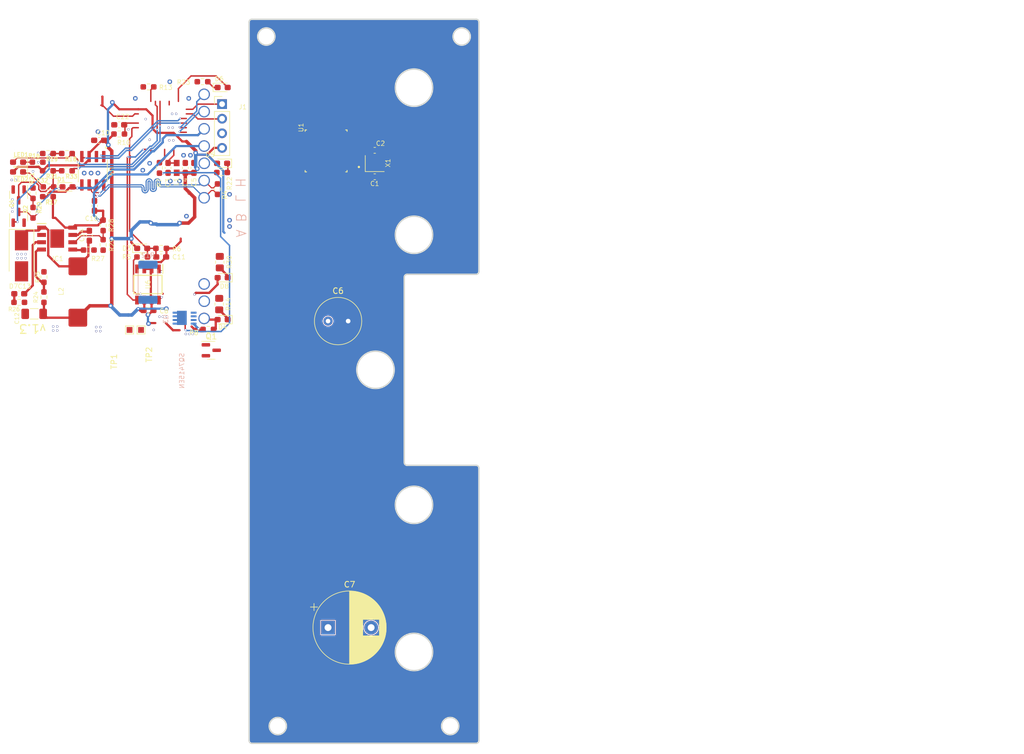
<source format=kicad_pcb>
(kicad_pcb (version 20211014) (generator pcbnew)
  (layers (0 "F.Cu" signal) (31 "B.Cu" signal) (34 "B.Paste" user) (35 "F.Paste" user) (36 "B.SilkS" user "B.Silkscreen") (37 "F.SilkS" user "F.Silkscreen") (38 "B.Mask" user) (39 "F.Mask" user) (44 "Edge.Cuts" user))
  (net 0 "")
  (net 1 "GND")
  (net 2 "Net-(C3-Pad1)")
  (net 3 "Net-(C22-Pad1)")
  (net 4 "+48V")
  (net 5 "Net-(R7-Pad2)")
  (net 6 "Net-(Q3-Pad4)")
  (net 7 "+24V")
  (net 8 "/MOTOR_POWER")
  (net 9 "/CAN+")
  (net 10 "/CAN-")
  (net 11 "/VOLTAGE")
  (net 12 "/POWERON")
  (net 13 "Net-(R13-Pad1)")
  (net 14 "/CS1")
  (net 15 "/CS2")
  (net 16 "/SPI_CLK")
  (net 17 "/SPI_MISO")
  (net 18 "/SPI_MOSI")
  (net 19 "/RS485_DE")
  (net 20 "/RS485_TX")
  (net 21 "/CURR1")
  (net 22 "/CURR2")
  (net 24 "/CAN_RX")
  (net 25 "/CAN_TX")
  (net 26 "/SWDIO")
  (net 27 "/SWCLK")
  (net 28 "/MOTOR_1")
  (net 29 "Net-(D1-Pad1)")
  (net 30 "/SAFETY")
  (net 31 "/SEC_IN")
  (net 32 "/SEC_OUT")
  (net 33 "Net-(LED1-Pad1)")
  (net 34 "Net-(LED2-Pad1)")
  (net 35 "+3V3")
  (net 37 "/RS485_RX")
  (net 38 "GNDPWR")
  (net 39 "Net-(Q2-Pad1)")
  (net 40 "Net-(D4-Pad1)")
  (net 41 "Net-(D5-Pad1)")
  (net 42 "Net-(D6-Pad1)")
  (net 43 "/LED_ON")
  (net 44 "/UART_TX")
  (net 45 "/UART_RX")
  (net 46 "Net-(C13-Pad1)")
  (net 47 "Net-(C13-Pad2)")
  (net 48 "Net-(C14-Pad1)")
  (net 49 "Net-(C14-Pad2)")
  (net 50 "+12V")
  (net 51 "Net-(IC1-Pad4)")
  (net 52 "Net-(IC1-Pad5)")
  (net 53 "Net-(IC1-Pad6)")
  (net 54 "Net-(D8-Pad1)")
  (net 55 "/OSC_IN")
  (net 56 "/OSC_OUT")
  (net 57 "Net-(Q4-Pad1)")
  (net 58 "Net-(Q4-Pad3)")
  (footprint "GRIPPER_TWO_ADVANCED_CONTROL_BOARD:SOIC127P600X100-9N" (layer "F.Cu") (at 95.1 82.16)
    (fp_text reference "IC1")
    (fp_text value "BD9G341AEFJ-E2" hide)
  )
  (footprint "footprints:R_0603_1608Metric_Pad0.98x0.95mm_HandSolder" (layer "F.Cu") (at 91.7 68.86)
    (fp_text reference "R16")
    (fp_text value "1,5k")
  )
  (footprint "footprints:R_0603_1608Metric_Pad0.98x0.95mm_HandSolder" (layer "F.Cu") (at 93.5 67.36 180)
    (fp_text reference "R19")
    (fp_text value "10k")
  )
  (footprint "footprints:R_0805_2012Metric_Pad1.20x1.40mm_HandSolder" (layer "F.Cu") (at 123.3 93.56 -90)
    (fp_text reference "R14")
    (fp_text value "4.7k")
  )
  (footprint "footprints:PinHeader_1x04_P2.54mm_Vertical" (layer "F.Cu") (at 123.8 58.76)
    (fp_text reference "J1")
    (fp_text value "Conn_01x04_Male")
  )
  (footprint "footprints:C_0603_1608Metric_Pad1.08x0.95mm_HandSolder" (layer "F.Cu") (at 100.7 81.66 90)
    (fp_text reference "C14")
    (fp_text value "0,1uF")
  )
  (footprint "footprints:R_0603_1608Metric_Pad0.98x0.95mm_HandSolder" (layer "F.Cu") (at 111 55.76 180)
    (fp_text reference "R13")
    (fp_text value "100 K")
  )
  (footprint "GRIPPER_TWO_ADVANCED_CONTROL_BOARD:SOIC127P600X175-8N" (layer "F.Cu") (at 110.9 90.149 -90)
    (fp_text reference "U6")
    (fp_text value "INA282AID" hide)
  )
  (footprint "footprints:C_0603_1608Metric_Pad1.08x0.95mm_HandSolder" (layer "F.Cu") (at 114.4 69.86 -90)
    (fp_text reference "C3")
    (fp_text value "1uF")
  )
  (footprint "footprints:R_0603_1608Metric_Pad0.98x0.95mm_HandSolder" (layer "F.Cu") (at 100.6 84.16)
    (fp_text reference "R27")
    (fp_text value "47k")
  )
  (footprint "footprints:R_0603_1608Metric_Pad0.98x0.95mm_HandSolder" (layer "F.Cu") (at 120.4 54.86)
    (fp_text reference "R23")
    (fp_text value "4.5k")
  )
  (footprint "footprints:R_0603_1608Metric_Pad0.98x0.95mm_HandSolder" (layer "F.Cu") (at 96.8 70.36)
    (fp_text reference "R33")
    (fp_text value "100")
  )
  (footprint "footprints:C_0603_1608Metric_Pad1.08x0.95mm_HandSolder" (layer "F.Cu") (at 105.9 62.36 180)
    (fp_text reference "C22")
    (fp_text value "100 nF")
  )
  (footprint "footprints:D_0603_1608Metric_Pad1.05x0.95mm_HandSolder" (layer "F.Cu") (at 123.8 69.06 180)
    (fp_text reference "D5")
    (fp_text value "GREEN")
  )
  (footprint "footprints:C_0603_1608Metric_Pad1.08x0.95mm_HandSolder" (layer "F.Cu") (at 150.368 66.802)
    (fp_text reference "C2")
    (fp_text value "6.8pF")
  )
  (footprint "footprints:R_0603_1608Metric_Pad0.98x0.95mm_HandSolder" (layer "F.Cu") (at 123.8 70.66)
    (fp_text reference "R22")
    (fp_text value "4.5k")
  )
  (footprint "footprints:C_0603_1608Metric_Pad1.08x0.95mm_HandSolder" (layer "F.Cu") (at 101.6 76.46 90)
    (fp_text reference "C16")
    (fp_text value "10uF 50V C0805")
  )
  (footprint "footprints:R_0603_1608Metric_Pad0.98x0.95mm_HandSolder" (layer "F.Cu") (at 112.9 69.86 -90)
    (fp_text reference "R7")
    (fp_text value "1k")
  )
  (footprint "footprints:D_SMB_Handsoldering" (layer "F.Cu") (at 88.9 85.16 -90)
    (fp_text reference "D7")
    (fp_text value "SK26")
  )
  (footprint "footprints:D_0603_1608Metric_Pad1.05x0.95mm_HandSolder" (layer "F.Cu") (at 123.9 55.86)
    (fp_text reference "D6")
    (fp_text value "BLUE")
  )
  (footprint "GRIPPER_TWO_ADVANCED_CONTROL_BOARD:QFP80P900X900X160-32N" (layer "F.Cu") (at 141.9075 66.9 180)
    (fp_text reference "U1")
    (fp_text value "STM32G431KBT6")
  )
  (footprint "GRIPPER_TWO_ADVANCED_CONTROL_BOARD:MPEV1D1040L330" (layer "F.Cu") (at 98.7 91.46 90)
    (fp_text reference "L2")
    (fp_text value "33uH, 3A")
  )
  (footprint "footprints:C_Radial_D8.0mm_H11.5mm_P3.50mm" (layer "F.Cu") (at 142.24 96.52)
    (fp_text reference "C6")
    (fp_text value "220uF 35V srednica 8mm, nozki 3,5mm")
  )
  (footprint "footprints:R_0805_2012Metric_Pad1.20x1.40mm_HandSolder" (layer "F.Cu") (at 123.4 86.26 -90)
    (fp_text reference "R30")
    (fp_text value "4.7k")
  )
  (footprint "footprints:C_0603_1608Metric_Pad1.08x0.95mm_HandSolder" (layer "F.Cu") (at 102.4 65.06 180)
    (fp_text reference "C10")
    (fp_text value "100 nF")
  )
  (footprint "footprints:D_0603_1608Metric_Pad1.05x0.95mm_HandSolder" (layer "F.Cu") (at 88.3 68.86 180)
    (fp_text reference "LED1")
    (fp_text value "RED")
  )
  (footprint "footprints:R_0603_1608Metric_Pad0.98x0.95mm_HandSolder" (layer "F.Cu") (at 121.4 97.96)
    (fp_text reference "R8")
    (fp_text value "1k")
  )
  (footprint "footprints:TestPoint_Pad_1.0x1.0mm" (layer "F.Cu") (at 109.7 98.06 90)
    (fp_text reference "TP2")
    (fp_text value "TestPoint")
  )
  (footprint "footprints:R_0603_1608Metric_Pad0.98x0.95mm_HandSolder" (layer "F.Cu") (at 105.9 63.96)
    (fp_text reference "R10")
    (fp_text value "100 K")
  )
  (footprint "footprints:C_0603_1608Metric_Pad1.08x0.95mm_HandSolder" (layer "F.Cu") (at 117.4 69.86 90)
    (fp_text reference "C4")
    (fp_text value "100nF")
  )
  (footprint "footprints:SOT-23" (layer "F.Cu") (at 88.4 74.56 -90)
    (fp_text reference "Q4")
    (fp_text value "BSS138")
  )
  (footprint "footprints:D_0603_1608Metric_Pad1.05x0.95mm_HandSolder" (layer "F.Cu") (at 123.9 88.96 180)
    (fp_text reference "D8")
    (fp_text value "GREEN")
  )
  (footprint "footprints:C_0603_1608Metric_Pad1.08x0.95mm_HandSolder" (layer "F.Cu") (at 88.5 91.76 180)
    (fp_text reference "C13")
    (fp_text value "6800pF")
  )
  (footprint "footprints:SOT-23" (layer "F.Cu") (at 121.92 101.6)
    (fp_text reference "Q1")
    (fp_text value "BSS138")
  )
  (footprint "footprints:Crystal_SMD_2520-4Pin_2.5x2.0mm" (layer "F.Cu") (at 150.368 69.102)
    (fp_text reference "X1")
    (fp_text value "ECS-240-8-36B2-CKM-TR")
  )
  (footprint "footprints:R_0603_1608Metric_Pad0.98x0.95mm_HandSolder" (layer "F.Cu") (at 123 73.56 -90)
    (fp_text reference "R4")
    (fp_text value "120R")
  )
  (footprint "footprints:C_0603_1608Metric_Pad1.08x0.95mm_HandSolder" (layer "F.Cu") (at 110.9875 94.66)
    (fp_text reference "C8")
    (fp_text value "100 nF")
  )
  (footprint "footprints:D_0603_1608Metric_Pad1.05x0.95mm_HandSolder" (layer "F.Cu") (at 109.9 83.86)
    (fp_text reference "D3")
    (fp_text value "BAT30K")
  )
  (footprint "footprints:CP_Radial_D12.5mm_P7.50mm" (layer "F.Cu") (at 142.24 149.86)
    (fp_text reference "C7")
    (fp_text value "330uF 100V")
  )
  (footprint "footprints:R_0603_1608Metric_Pad0.98x0.95mm_HandSolder" (layer "F.Cu") (at 90.9 77.66 90)
    (fp_text reference "R20")
    (fp_text value "100")
  )
  (footprint "footprints:C_0603_1608Metric_Pad1.08x0.95mm_HandSolder" (layer "F.Cu") (at 150.368 71.402 180)
    (fp_text reference "C1")
    (fp_text value "6.8pF")
  )
  (footprint "footprints:R_0603_1608Metric_Pad0.98x0.95mm_HandSolder" (layer "F.Cu") (at 113.2 83.86)
    (fp_text reference "R6")
    (fp_text value "4k")
  )
  (footprint "footprints:R_0603_1608Metric_Pad0.98x0.95mm_HandSolder" (layer "F.Cu") (at 93.5 74.86 180)
    (fp_text reference "R17")
    (fp_text value "1k")
  )
  (footprint "footprints:C_1206_3216Metric_Pad1.33x1.80mm_HandSolder" (layer "F.Cu") (at 91.1 95.26 180)
    (fp_text reference "C12")
    (fp_text value "10uF 35V")
  )
  (footprint "Gripper FeeTech:SOIC127P599X175-8N" (layer "F.Cu") (at 101.3 70.36 -90)
    (fp_text reference "U4")
    (fp_text value "TCAN332GD")
  )
  (footprint "footprints:R_0603_1608Metric_Pad0.98x0.95mm_HandSolder" (layer "F.Cu") (at 103.1 79.86 -90)
    (fp_text reference "R28")
    (fp_text value "??")
  )
  (footprint "footprints:R_0603_1608Metric_Pad0.98x0.95mm_HandSolder" (layer "F.Cu") (at 109.9 85.36)
    (fp_text reference "R5")
    (fp_text value "47k")
  )
  (footprint "footprints:C_0603_1608Metric_Pad1.08x0.95mm_HandSolder" (layer "F.Cu") (at 118.9 69.86 90)
    (fp_text reference "C5")
    (fp_text value "100nF")
  )
  (footprint "footprints:R_0603_1608Metric_Pad0.98x0.95mm_HandSolder" (layer "F.Cu") (at 90.9 74.26 90)
    (fp_text reference "R21")
    (fp_text value "10k")
  )
  (footprint "footprints:R_0603_1608Metric_Pad0.98x0.95mm_HandSolder" (layer "F.Cu") (at 92.8 92.36 90)
    (fp_text reference "R24")
    (fp_text value "??")
  )
  (footprint "footprints:D_0603_1608Metric_Pad1.05x0.95mm_HandSolder" (layer "F.Cu") (at 88.3 70.56 180)
    (fp_text reference "LED2")
    (fp_text value "GREEN")
  )
  (footprint "Gripper FeeTech:0603" (layer "F.Cu") (at 115.9 69.86 90)
    (fp_text reference "L1")
    (fp_text value "10uH")
  )
  (footprint "footprints:D_0603_1608Metric_Pad1.05x0.95mm_HandSolder" (layer "F.Cu") (at 96.9 73.16)
    (fp_text reference "D1")
    (fp_text value "BAT30K")
  )
  (footprint "footprints:D_0603_1608Metric_Pad1.05x0.95mm_HandSolder" (layer "F.Cu") (at 123.9 96.26 180)
    (fp_text reference "D4")
    (fp_text value "GREEN")
  )
  (footprint "footprints:R_0603_1608Metric_Pad0.98x0.95mm_HandSolder" (layer "F.Cu") (at 93.5875 73.16)
    (fp_text reference "R32")
    (fp_text value "1,1k")
  )
  (footprint "footprints:R_0603_1608Metric_Pad0.98x0.95mm_HandSolder" (layer "F.Cu") (at 103.1 83.26 -90)
    (fp_text reference "R29")
    (fp_text value "??")
  )
  (footprint "footprints:R_0603_1608Metric_Pad0.98x0.95mm_HandSolder" (layer "F.Cu") (at 92.8 88.86 90)
    (fp_text reference "R25")
    (fp_text value "??")
  )
  (footprint "footprints:C_0603_1608Metric_Pad1.08x0.95mm_HandSolder" (layer "F.Cu") (at 113.2 85.36 180)
    (fp_text reference "C11")
    (fp_text value "33nF")
  )
  (footprint "footprints:SOT-23" (layer "F.Cu") (at 88.4 78.46 90)
    (fp_text reference "Q2")
    (fp_text value "BSS138")
  )
  (footprint "footprints:R_0603_1608Metric_Pad0.98x0.95mm_HandSolder" (layer "F.Cu") (at 88.5 93.26 180)
    (fp_text reference "R26")
    (fp_text value "0,75k")
  )
  (footprint "footprints:R_0603_1608Metric_Pad0.98x0.95mm_HandSolder" (layer "F.Cu") (at 93.4875 70.36)
    (fp_text reference "R31")
    (fp_text value "10k")
  )
  (footprint "footprints:R_0603_1608Metric_Pad0.98x0.95mm_HandSolder" (layer "F.Cu") (at 96.8 67.36 180)
    (fp_text reference "R18")
    (fp_text value "1k")
  )
  (footprint "footprints:TestPoint_Pad_1.0x1.0mm" (layer "F.Cu") (at 107.7 98.06 90)
    (fp_text reference "TP1")
    (fp_text value "TestPoint")
  )
  (footprint "footprints:R_2512_6332Metric_Pad1.40x3.35mm_HandSolder" (layer "B.Cu") (at 110.9 89.76 -90)
    (fp_text reference "R12")
    (fp_text value "0,025 R")
  )
  (footprint "GRIPPER_TWO_ADVANCED_CONTROL_BOARD:DFN3.3X3.3" (layer "B.Cu") (at 118.9 94.36 -90)
    (fp_text reference "Q3")
    (fp_text value "SQ7415EN")
  )
  (gr_line (start 168 44) (end 129 44) (layer "Edge.Cuts") (width 0.25))
  (gr_circle (center 157.2 128.5) (end 160.45 128.5) (layer "Edge.Cuts") (width 0.25) (fill none))
  (gr_arc (start 168 44) (mid 168.353553 44.146447) (end 168.5 44.5) (layer "Edge.Cuts") (width 0.25))
  (gr_circle (center 157.2 55.9) (end 160.45 55.9) (layer "Edge.Cuts") (width 0.25) (fill none))
  (gr_circle (center 165.5 47) (end 167 47) (layer "Edge.Cuts") (width 0.25) (fill none))
  (gr_circle (center 163.5 167) (end 165 167) (layer "Edge.Cuts") (width 0.25) (fill none))
  (gr_circle (center 133.5 167) (end 135 167) (layer "Edge.Cuts") (width 0.25) (fill none))
  (gr_arc (start 128.5 44.5) (mid 128.646447 44.146447) (end 129 44) (layer "Edge.Cuts") (width 0.25))
  (gr_line (start 129 170) (end 168 170) (layer "Edge.Cuts") (width 0.25))
  (gr_circle (center 131.5 47) (end 133 47) (layer "Edge.Cuts") (width 0.25) (fill none))
  (gr_line (start 156 88.375) (end 168 88.375) (layer "Edge.Cuts") (width 0.25))
  (gr_line (start 128.5 44.5) (end 128.5 169.5) (layer "Edge.Cuts") (width 0.25))
  (gr_line (start 168.5 169.5) (end 168.5 122.125) (layer "Edge.Cuts") (width 0.25))
  (gr_line (start 168 121.625) (end 156 121.625) (layer "Edge.Cuts") (width 0.25))
  (gr_arc (start 168 121.625) (mid 168.353553 121.771447) (end 168.5 122.125) (layer "Edge.Cuts") (width 0.25))
  (gr_circle (center 157.2 154.1) (end 160.45 154.1) (layer "Edge.Cuts") (width 0.25) (fill none))
  (gr_arc (start 155.5 88.875) (mid 155.646447 88.521447) (end 156 88.375) (layer "Edge.Cuts") (width 0.25))
  (gr_circle (center 157.2 81.5) (end 160.45 81.5) (layer "Edge.Cuts") (width 0.25) (fill none))
  (gr_arc (start 129 170) (mid 128.646447 169.853553) (end 128.5 169.5) (layer "Edge.Cuts") (width 0.25))
  (gr_arc (start 168.5 169.5) (mid 168.353553 169.853553) (end 168 170) (layer "Edge.Cuts") (width 0.25))
  (gr_line (start 155.5 121.125) (end 155.5 88.875) (layer "Edge.Cuts") (width 0.25))
  (gr_line (start 168.5 87.875) (end 168.5 44.5) (layer "Edge.Cuts") (width 0.25))
  (gr_circle (center 150.5 105) (end 153.75 105) (layer "Edge.Cuts") (width 0.25) (fill none))
  (gr_arc (start 168.5 87.875) (mid 168.353553 88.228553) (end 168 88.375) (layer "Edge.Cuts") (width 0.25))
  (gr_arc (start 156 121.625) (mid 155.646447 121.478553) (end 155.5 121.125) (layer "Edge.Cuts") (width 0.25))
  (gr_text "A B" (at 126.1 82.06 270) (layer "B.SilkS") (effects (font (size 1.63576 1.63576) (thickness 0.14224)) (justify left bottom mirror)))
  (gr_text "L H" (at 126 75.96 270) (layer "B.SilkS") (effects (font (size 1.63576 1.63576) (thickness 0.14224)) (justify left bottom mirror)))
  (gr_text "v1.3" (at 93.3 96.96 180) (layer "F.SilkS") (effects (font (size 1.5 1.5) (thickness 0.2)) (justify left bottom)))
  (segment (start 116.4 98.11) (end 115.2625 98.11) (width 0.4) (layer "F.Cu") (net 0))
  (segment (start 115.2625 98.11) (end 114.0125 96.86) (width 0.4) (layer "F.Cu") (net 0))
  (segment (start 114.1125 83.86) (end 115.43 83.86) (width 0.38) (layer "F.Cu") (net 1))
  (segment (start 110.265 87.438) (end 111.535 87.438) (width 0.38) (layer "F.Cu") (net 1))
  (segment (start 114.1125 83.86) (end 114.1125 85.31) (width 0.38) (layer "F.Cu") (net 1))
  (segment (start 111.535 87.438) (end 111.535 86.999) (width 0.38) (layer "F.Cu") (net 1))
  (segment (start 115.43 83.83) (end 116.6 82.66) (width 0.38) (layer "F.Cu") (net 1))
  (segment (start 111.535 92.86) (end 111.535 94.6325) (width 0.38) (layer "F.Cu") (net 1))
  (segment (start 111.535 87.438) (end 111.4 87.573) (width 0.38) (layer "F.Cu") (net 1))
  (segment (start 111.535 94.6325) (end 111.6625 94.76) (width 0.38) (layer "F.Cu") (net 1))
  (segment (start 115.43 83.86) (end 115.43 83.83) (width 0.38) (layer "F.Cu") (net 1))
  (segment (start 113.466 91.754089) (end 113.471911 91.76) (width 0.38) (layer "F.Cu") (net 1))
  (segment (start 110.901048 95.42512) (end 110.99738 95.42512) (width 0.38) (layer "F.Cu") (net 1))
  (segment (start 111.535 86.999) (end 112.274 86.26) (width 0.38) (layer "F.Cu") (net 1))
  (segment (start 111.4 92.725) (end 111.535 92.86) (width 0.38) (layer "F.Cu") (net 1))
  (segment (start 111.1 96.86) (end 112.1875 96.86) (width 0.38) (layer "F.Cu") (net 1))
  (segment (start 112.274 86.26) (end 113.1625 86.26) (width 0.38) (layer "F.Cu") (net 1))
  (segment (start 111.4 87.573) (end 111.4 92.725) (width 0.38) (layer "F.Cu") (net 1))
  (segment (start 114.215 85.36) (end 114.0625 85.36) (width 0.38) (layer "F.Cu") (net 1))
  (segment (start 113.1625 86.26) (end 114.0625 85.36) (width 0.38) (layer "F.Cu") (net 1))
  (segment (start 116.6 82.66) (end 116.6 82.16) (width 0.38) (layer "F.Cu") (net 1))
  (segment (start 110.99738 95.42512) (end 111.6625 94.76) (width 0.38) (layer "F.Cu") (net 1))
  (segment (start 114.1125 85.31) (end 114.0625 85.36) (width 0.38) (layer "F.Cu") (net 1))
  (segment (start 111 96.96) (end 111.1 96.86) (width 0.38) (layer "F.Cu") (net 1))
  (via (at 89.6 85.56) (size 0.4) (drill 0.3) (layers "F.Cu" "B.Cu") (net 1))
  (via (at 102.6 97.56) (size 0.4) (drill 0.3) (layers "F.Cu" "B.Cu") (net 1))
  (via (at 99.8 70.76) (size 0.8) (drill 0.4) (layers "F.Cu" "B.Cu") (net 1))
  (via (at 115.2 62.86) (size 0.4) (drill 0.3) (layers "F.Cu" "B.Cu") (net 1))
  (via (at 87.3 76.06) (size 0.4) (drill 0.3) (layers "F.Cu" "B.Cu") (net 1))
  (via (at 102.6 98.26) (size 0.4) (drill 0.3) (layers "F.Cu" "B.Cu") (net 1))
  (via (at 110.901048 95.42512) (size 0.8) (drill 0.4) (layers "F.Cu" "B.Cu") (net 1))
  (via (at 87.3 75.36) (size 0.4) (drill 0.3) (layers "F.Cu" "B.Cu") (net 1))
  (via (at 90.9 70.46) (size 0.4) (drill 0.3) (layers "F.Cu" "B.Cu") (net 1))
  (via (at 91.8 68.86) (size 0.4) (drill 0.3) (layers "F.Cu" "B.Cu") (net 1))
  (via (at 115.3 65.06) (size 0.4) (drill 0.3) (layers "F.Cu" "B.Cu") (net 1))
  (via (at 117.1 67.66) (size 0.8) (drill 0.4) (layers "F.Cu" "B.Cu") (net 1))
  (via (at 101.9 97.56) (size 0.4) (drill 0.3) (layers "F.Cu" "B.Cu") (net 1))
  (via (at 102.2 70.76) (size 0.8) (drill 0.4) (layers "F.Cu" "B.Cu") (net 1))
  (via (at 116.4 72.15618) (size 0.8) (drill 0.4) (layers "F.Cu" "B.Cu") (net 1))
  (via (at 87.3 76.76) (size 0.4) (drill 0.3) (layers "F.Cu" "B.Cu") (net 1))
  (via (at 114.7 54.86) (size 0.8) (drill 0.4) (layers "F.Cu" "B.Cu") (net 1))
  (via (at 94.4 97.46) (size 0.4) (drill 0.3) (layers "F.Cu" "B.Cu") (net 1))
  (via (at 88.9 85.56) (size 0.4) (drill 0.3) (layers "F.Cu" "B.Cu") (net 1))
  (via (at 111 96.96) (size 0.8) (drill 0.4) (layers "F.Cu" "B.Cu") (net 1))
  (via (at 110.5 61.36) (size 0.4) (drill 0.3) (layers "F.Cu" "B.Cu") (net 1))
  (via (at 114.6 65.06) (size 0.4) (drill 0.3) (layers "F.Cu" "B.Cu") (net 1))
  (via (at 107.5 63.16) (size 0.4) (drill 0.3) (layers "F.Cu" "B.Cu") (net 1))
  (via (at 87.3 77.46) (size 0.4) (drill 0.3) (layers "F.Cu" "B.Cu") (net 1))
  (via (at 108.7 57.76) (size 0.8) (drill 0.4) (layers "F.Cu" "B.Cu") (net 1))
  (via (at 114.8 72.15618) (size 0.8) (drill 0.4) (layers "F.Cu" "B.Cu") (net 1))
  (via (at 87.2 71.96) (size 0.4) (drill 0.3) (layers "F.Cu" "B.Cu") (net 1))
  (via (at 118 57.76) (size 0.8) (drill 0.4) (layers "F.Cu" "B.Cu") (net 1))
  (via (at 111.2 64.96) (size 0.4) (drill 0.3) (layers "F.Cu" "B.Cu") (net 1))
  (via (at 114.5 62.86) (size 0.4) (drill 0.3) (layers "F.Cu" "B.Cu") (net 1))
  (via (at 88.2 84.86) (size 0.4) (drill 0.3) (layers "F.Cu" "B.Cu") (net 1))
  (via (at 89.6 84.86) (size 0.4) (drill 0.3) (layers "F.Cu" "B.Cu") (net 1))
  (via (at 95.1 97.46) (size 0.4) (drill 0.3) (layers "F.Cu" "B.Cu") (net 1))
  (via (at 101.9 98.26) (size 0.4) (drill 0.3) (layers "F.Cu" "B.Cu") (net 1))
  (via (at 88.9 84.86) (size 0.4) (drill 0.3) (layers "F.Cu" "B.Cu") (net 1))
  (via (at 94.4 98.16) (size 0.4) (drill 0.3) (layers "F.Cu" "B.Cu") (net 1))
  (via (at 125.1 74.46) (size 0.8) (drill 0.4) (layers "F.Cu" "B.Cu") (net 1))
  (via (at 101 70.76) (size 0.8) (drill 0.4) (layers "F.Cu" "B.Cu") (net 1))
  (via (at 125.1 78.96) (size 0.8) (drill 0.4) (layers "F.Cu" "B.Cu") (net 1))
  (via (at 87.9 71.96) (size 0.4) (drill 0.3) (layers "F.Cu" "B.Cu") (net 1))
  (via (at 115.8 60.46) (size 0.4) (drill 0.3) (layers "F.Cu" "B.Cu") (net 1))
  (via (at 115.1 60.46) (size 0.4) (drill 0.3) (layers "F.Cu" "B.Cu") (net 1))
  (via (at 91.8 67.26) (size 0.4) (drill 0.3) (layers "F.Cu" "B.Cu") (net 1))
  (via (at 111.2 69.06) (size 0.8) (drill 0.4) (layers "F.Cu" "B.Cu") (net 1))
  (via (at 110 70.26) (size 0.8) (drill 0.4) (layers "F.Cu" "B.Cu") (net 1))
  (via (at 95.1 98.16) (size 0.4) (drill 0.3) (layers "F.Cu" "B.Cu") (net 1))
  (via (at 125.1 80.06) (size 0.8) (drill 0.4) (layers "F.Cu" "B.Cu") (net 1))
  (via locked (at 120.7 69.06) (size 2.0064) (drill 1.6) (layers "F.Cu" "B.Cu") (net 1))
  (via (at 118.3 67.66) (size 0.8) (drill 0.4) (layers "F.Cu" "B.Cu") (net 1))
  (via (at 117.6 78.26) (size 0.8) (drill 0.4) (layers "F.Cu" "B.Cu") (net 1))
  (via (at 88.2 85.56) (size 0.4) (drill 0.3) (layers "F.Cu" "B.Cu") (net 1))
  (via (at 102.2 63.56) (size 0.8) (drill 0.4) (layers "F.Cu" "B.Cu") (net 1))
  (segment (start 110.901048 95.42512) (end 110.901048 96.861048) (width 0.38) (layer "B.Cu") (net 1))
  (segment (start 110.901048 96.861048) (end 111 96.96) (width 0.38) (layer "B.Cu") (net 1))
  (segment (start 115.4 67.66) (end 115.4 66.64) (width 0.25) (layer "F.Cu") (net 2))
  (segment (start 114.6 68.46) (end 115.4 67.66) (width 0.25) (layer "F.Cu") (net 2))
  (segment (start 114.6 68.9975) (end 114.6 68.46) (width 0.25) (layer "F.Cu") (net 2))
  (segment (start 115.9 69.01) (end 114.6125 69.01) (width 0.25) (layer "F.Cu") (net 2))
  (segment (start 114.6125 69.01) (end 114.6 68.9975) (width 0.25) (layer "F.Cu") (net 2))
  (segment (start 106.8125 63.96) (end 106.9 63.8725) (width 0.25) (layer "F.Cu") (net 3))
  (segment (start 106.9 63.8725) (end 106.9 62.2225) (width 0.25) (layer "F.Cu") (net 3))
  (segment (start 107.0625 62.06) (end 109.22 62.06) (width 0.25) (layer "F.Cu") (net 3))
  (segment (start 106.9 62.2225) (end 107.0625 62.06) (width 0.25) (layer "F.Cu") (net 3))
  (segment (start 103.1 77.3225) (end 103.1 78.9475) (width 0.4) (layer "F.Cu") (net 4))
  (segment (start 102.1875 79.86) (end 103.1 78.9475) (width 0.4) (layer "F.Cu") (net 4))
  (segment (start 96.495 80.255) (end 97.812 80.255) (width 0.38) (layer "F.Cu") (net 4))
  (segment (start 102.3725 78.9475) (end 103.1 78.9475) (width 0.4) (layer "F.Cu") (net 4))
  (segment (start 94.8 78.56) (end 96.495 80.255) (width 0.38) (layer "F.Cu") (net 4))
  (segment (start 102.34 78.98) (end 102.3725 78.9475) (width 0.4) (layer "F.Cu") (net 4))
  (segment (start 97.812 80.255) (end 98.207 79.86) (width 0.4) (layer "F.Cu") (net 4))
  (segment (start 98.207 79.86) (end 102.1875 79.86) (width 0.4) (layer "F.Cu") (net 4))
  (segment (start 94.3625 78.56) (end 94.3625 74.91) (width 0.38) (layer "F.Cu") (net 4))
  (segment (start 94.3625 74.91) (end 94.4125 74.86) (width 0.38) (layer "F.Cu") (net 4))
  (segment (start 101.6 77.3225) (end 103.1 77.3225) (width 0.4) (layer "F.Cu") (net 4))
  (segment (start 94.3625 78.56) (end 94.8 78.56) (width 0.38) (layer "F.Cu") (net 4))
  (segment (start 101.5 74.16) (end 104.658089 71.001911) (width 0.38) (layer "B.Cu") (net 4))
  (segment (start 102.34 78.98) (end 101.5 78.14) (width 0.38) (layer "B.Cu") (net 4))
  (segment (start 110.858089 71.001911) (end 115.8 66.06) (width 0.38) (layer "B.Cu") (net 4))
  (segment (start 101.5 78.14) (end 101.5 74.16) (width 0.38) (layer "B.Cu") (net 4))
  (segment (start 104.658089 71.001911) (end 110.858089 71.001911) (width 0.38) (layer "B.Cu") (net 4))
  (segment (start 115.8 66.06) (end 120.6772 66.06) (width 0.38) (layer "B.Cu") (net 4))
  (segment (start 117.376911 97.982035) (end 117.376911 97.186911) (width 0.25) (layer "F.Cu") (net 5))
  (segment (start 113.5 70.86) (end 112.9875 70.86) (width 0.25) (layer "F.Cu") (net 5))
  (segment (start 117.466157 98.071281) (end 117.376911 97.982035) (width 0.25) (layer "F.Cu") (net 5))
  (segment (start 117.376911 97.186911) (end 116.4 96.21) (width 0.25) (layer "F.Cu") (net 5))
  (segment (start 112.9875 70.86) (end 112.9 70.7725) (width 0.25) (layer "F.Cu") (net 5))
  (via (at 113.5 70.86) (size 0.3) (drill 0.2) (layers "F.Cu" "B.Cu") (net 5))
  (via (at 117.466157 98.071281) (size 0.4) (drill 0.3) (layers "F.Cu" "B.Cu") (net 5))
  (segment (start 123.541169 81.801169) (end 125.1 83.36) (width 0.25) (layer "B.Cu") (net 5))
  (segment (start 119.002454 98.33692) (end 118.825534 98.16) (width 0.25) (layer "B.Cu") (net 5))
  (segment (start 118.825534 98.16) (end 117.554876 98.16) (width 0.25) (layer "B.Cu") (net 5))
  (segment (start 123.541169 71.701169) (end 123.541169 81.801169) (width 0.25) (layer "B.Cu") (net 5))
  (segment (start 123.62308 98.33692) (end 119.002454 98.33692) (width 0.25) (layer "B.Cu") (net 5))
  (segment (start 122.534761 70.694761) (end 123.541169 71.701169) (width 0.25) (layer "B.Cu") (net 5))
  (segment (start 113.665239 70.694761) (end 122.534761 70.694761) (width 0.25) (layer "B.Cu") (net 5))
  (segment (start 125.1 96.86) (end 123.62308 98.33692) (width 0.25) (layer "B.Cu") (net 5))
  (segment (start 117.554876 98.16) (end 117.466157 98.071281) (width 0.25) (layer "B.Cu") (net 5))
  (segment (start 113.5 70.86) (end 113.665239 70.694761) (width 0.25) (layer "B.Cu") (net 5))
  (segment (start 125.1 83.36) (end 125.1 96.86) (width 0.25) (layer "B.Cu") (net 5))
  (segment (start 119.7 97.86) (end 120.1 98.26) (width 0.4) (layer "F.Cu") (net 6))
  (segment (start 118.9 97.86) (end 118.5 97.46) (width 0.4) (layer "F.Cu") (net 6))
  (segment (start 120.1 98.26) (end 120.4875 98.26) (width 0.4) (layer "F.Cu") (net 6))
  (segment (start 119.7 97.86) (end 118.9 97.86) (width 0.4) (layer "F.Cu") (net 6))
  (via (at 119.7 97.86) (size 0.4) (drill 0.3) (layers "F.Cu" "B.Cu") (net 6))
  (segment (start 118.85 97.01) (end 118.85 96.96) (width 0.4) (layer "B.Cu") (net 6))
  (segment (start 119.7 97.86) (end 118.85 97.01) (width 0.4) (layer "B.Cu") (net 6))
  (segment (start 120.8772 96.26) (end 120.6772 96.06) (width 0.4) (layer "F.Cu") (net 7))
  (segment (start 122.7 97.8725) (end 122.7 96.585) (width 0.4) (layer "F.Cu") (net 7))
  (segment (start 122.7 96.585) (end 123.025 96.26) (width 0.4) (layer "F.Cu") (net 7))
  (segment (start 123.025 96.26) (end 120.8772 96.26) (width 0.4) (layer "F.Cu") (net 7))
  (segment (start 122.3125 98.26) (end 122.7 97.8725) (width 0.4) (layer "F.Cu") (net 7))
  (via locked (at 120.6772 96.06) (size 2.0064) (drill 1.6) (layers "F.Cu" "B.Cu") (net 7))
  (segment (start 109.6 91.794098) (end 108.853009 91.794098) (width 0.25) (layer "F.Cu") (net 8))
  (segment (start 123.025 88.96) (end 123.025 90.135) (width 0.4) (layer "F.Cu") (net 8))
  (segment (start 108.393089 91.334178) (end 108.393089 85.954411) (width 0.25) (layer "F.Cu") (net 8))
  (segment (start 121.55 91.61) (end 119.25 91.61) (width 0.4) (layer "F.Cu") (net 8))
  (segment (start 108.393089 85.954411) (end 108.9875 85.36) (width 0.25) (layer "F.Cu") (net 8))
  (segment (start 112.805 92.86) (end 112.805 92.844) (width 0.25) (layer "F.Cu") (net 8))
  (segment (start 112.805 92.844) (end 113.3 92.349) (width 0.25) (layer "F.Cu") (net 8))
  (segment (start 108.853009 91.794098) (end 108.393089 91.334178) (width 0.25) (layer "F.Cu") (net 8))
  (segment (start 123.025 90.135) (end 121.55 91.61) (width 0.4) (layer "F.Cu") (net 8))
  (segment (start 119.25 91.61) (end 119 91.86) (width 0.4) (layer "F.Cu") (net 8))
  (via (at 109.6 91.794098) (size 0.4) (drill 0.3) (layers "F.Cu" "B.Cu") (net 8))
  (via (at 113.3 92.349) (size 0.4) (drill 0.3) (layers "F.Cu" "B.Cu") (net 8))
  (via (at 119 91.86) (size 0.4) (drill 0.3) (layers "F.Cu" "B.Cu") (net 8))
  (segment (start 123 72.6475) (end 122.312501 73.334999) (width 0.2) (layer "F.Cu") (net 9))
  (segment (start 101.525001 73.239999) (end 101.525001 73.885001) (width 0.2) (layer "F.Cu") (net 9))
  (segment (start 101.935 72.83) (end 101.525001 73.239999) (width 0.2) (layer "F.Cu") (net 9))
  (segment (start 101.8 74.16) (end 102.38891 74.16) (width 0.2) (layer "F.Cu") (net 9))
  (segment (start 101.525001 73.885001) (end 101.8 74.16) (width 0.2) (layer "F.Cu") (net 9))
  (segment (start 121.952199 73.334999) (end 120.6772 72.06) (width 0.2) (layer "F.Cu") (net 9))
  (segment (start 122.312501 73.334999) (end 121.952199 73.334999) (width 0.2) (layer "F.Cu") (net 9))
  (segment (start 102.38891 74.16) (end 102.494455 74.265545) (width 0.2) (layer "F.Cu") (net 9))
  (via locked (at 120.6772 72.06) (size 2.0064) (drill 1.6) (layers "F.Cu" "B.Cu") (net 9))
  (via (at 102.494455 74.265545) (size 0.4) (drill 0.3) (layers "F.Cu" "B.Cu") (net 9))
  (via (at 102.494455 74.265545) (size 0.4) (drill 0.3) (layers "F.Cu" "B.Cu") (net 9))
  (segment (start 110.58052 73.3362) (end 110.58052 72.297221) (width 0.2) (layer "B.Cu") (net 9))
  (segment (start 111.63676 72.80808) (end 111.63676 73.46651) (width 0.2) (layer "B.Cu") (net 9))
  (segment (start 111.63676 72.297221) (end 111.63676 72.80808) (width 0.2) (layer "B.Cu") (net 9))
  (segment (start 102.494455 74.336256) (end 104.022631 72.80808) (width 0.2) (layer "B.Cu") (net 9))
  (segment (start 111.98916 73.16) (end 111.98916 72.297221) (width 0.2) (layer "B.Cu") (net 9))
  (segment (start 119.92912 72.80808) (end 120.6772 72.06) (width 0.2) (layer "B.Cu") (net 9))
  (segment (start 111.767309 73.597059) (end 111.858611 73.597059) (width 0.2) (layer "B.Cu") (net 9))
  (segment (start 111.98916 73.46651) (end 111.98916 73.16) (width 0.2) (layer "B.Cu") (net 9))
  (segment (start 110.58052 73.670859) (end 110.58052 73.3362) (width 0.2) (layer "B.Cu") (net 9))
  (segment (start 114.047035 72.80808) (end 119.92912 72.80808) (width 0.2) (layer "B.Cu") (net 9))
  (segment (start 104.022631 72.80808) (end 109.7 72.80808) (width 0.2) (layer "B.Cu") (net 9))
  (segment (start 113.0454 72.297221) (end 113.0454 72.63188) (width 0.2) (layer "B.Cu") (net 9))
  (segment (start 102.494455 74.265545) (end 102.494455 74.336256) (width 0.2) (layer "B.Cu") (net 9))
  (segment (start 110.22812 73.3362) (end 110.22812 73.670859) (width 0.2) (layer "B.Cu") (net 9))
  (segment (start 113.2216 72.80808) (end 114.047035 72.80808) (width 0.2) (layer "B.Cu") (net 9))
  (arc (start 113.0454 72.63188) (mid 113.097008 72.756472) (end 113.2216 72.80808) (width 0.2) (layer "B.Cu") (net 9))
  (arc (start 110.22812 73.670859) (mid 110.279728 73.795451) (end 110.40432 73.847059) (width 0.2) (layer "B.Cu") (net 9))
  (arc (start 111.63676 73.46651) (mid 111.674997 73.558822) (end 111.767309 73.597059) (width 0.2) (layer "B.Cu") (net 9))
  (arc (start 110.40432 73.847059) (mid 110.528912 73.795451) (end 110.58052 73.670859) (width 0.2) (layer "B.Cu") (net 9))
  (arc (start 112.51728 71.769101) (mid 112.890717 71.923784) (end 113.0454 72.297221) (width 0.2) (layer "B.Cu") (net 9))
  (arc (start 109.7 72.80808) (mid 110.073437 72.962763) (end 110.22812 73.3362) (width 0.2) (layer "B.Cu") (net 9))
  (arc (start 111.10864 71.769101) (mid 111.482077 71.923784) (end 111.63676 72.297221) (width 0.2) (layer "B.Cu") (net 9))
  (arc (start 111.858611 73.597059) (mid 111.950923 73.558822) (end 111.98916 73.46651) (width 0.2) (layer "B.Cu") (net 9))
  (arc (start 111.98916 72.297221) (mid 112.143843 71.923784) (end 112.51728 71.769101) (width 0.2) (layer "B.Cu") (net 9))
  (arc (start 110.58052 72.297221) (mid 110.735203 71.923784) (end 111.10864 71.769101) (width 0.2) (layer "B.Cu") (net 9))
  (segment (start 101.90231 74.76) (end 102.1 74.76) (width 0.2) (layer "F.Cu") (net 10))
  (segment (start 101.074999 73.239999) (end 101.074999 73.932689) (width 0.2) (layer "F.Cu") (net 10))
  (segment (start 123 74.4725) (end 122.312501 73.785001) (width 0.2) (layer "F.Cu") (net 10))
  (segment (start 122.312501 73.785001) (end 121.952199 73.785001) (width 0.2) (layer "F.Cu") (net 10))
  (segment (start 100.665 72.83) (end 101.074999 73.239999) (width 0.2) (layer "F.Cu") (net 10))
  (segment (start 101.074999 73.932689) (end 101.90231 74.76) (width 0.2) (layer "F.Cu") (net 10))
  (segment (start 121.952199 73.785001) (end 120.6772 75.06) (width 0.2) (layer "F.Cu") (net 10))
  (via (at 102.1 74.76) (size 0.4) (drill 0.3) (layers "F.Cu" "B.Cu") (net 10))
  (via locked (at 120.6772 75.06) (size 2.0064) (drill 1.6) (layers "F.Cu" "B.Cu") (net 10))
  (via (at 102.1 74.76) (size 0.4) (drill 0.3) (layers "F.Cu" "B.Cu") (net 10))
  (segment (start 109.8762 73.3362) (end 109.8762 73.670859) (width 0.2) (layer "B.Cu") (net 10))
  (segment (start 112.69348 72.297221) (end 112.69348 72.63188) (width 0.2) (layer "B.Cu") (net 10))
  (segment (start 111.767309 73.948979) (end 111.858611 73.948979) (width 0.2) (layer "B.Cu") (net 10))
  (segment (start 102.640225 74.76) (end 102.1 74.76) (width 0.2) (layer "B.Cu") (net 10))
  (segment (start 110.93244 73.670859) (end 110.93244 72.297221) (width 0.2) (layer "B.Cu") (net 10))
  (segment (start 112.34108 73.46651) (end 112.34108 72.297221) (width 0.2) (layer "B.Cu") (net 10))
  (segment (start 104.168401 73.16) (end 109.7 73.16) (width 0.2) (layer "B.Cu") (net 10))
  (segment (start 104.034201 73.2942) (end 104.168401 73.16) (width 0.2) (layer "B.Cu") (net 10))
  (segment (start 120.6772 75.0372) (end 120.6772 75.06) (width 0.2) (layer "B.Cu") (net 10))
  (segment (start 102.640225 74.76) (end 104.034201 73.366024) (width 0.2) (layer "B.Cu") (net 10))
  (segment (start 104.034201 73.366024) (end 104.034201 73.2942) (width 0.2) (layer "B.Cu") (net 10))
  (segment (start 113.2216 73.16) (end 118.8 73.16) (width 0.2) (layer "B.Cu") (net 10))
  (segment (start 111.28484 72.297221) (end 111.28484 73.46651) (width 0.2) (layer "B.Cu") (net 10))
  (segment (start 118.8 73.16) (end 120.6772 75.0372) (width 0.2) (layer "B.Cu") (net 10))
  (arc (start 111.858611 73.948979) (mid 112.199768 73.807667) (end 112.34108 73.46651) (width 0.2) (layer "B.Cu") (net 10))
  (arc (start 112.69348 72.63188) (mid 112.848163 73.005317) (end 113.2216 73.16) (width 0.2) (layer "B.Cu") (net 10))
  (arc (start 112.51728 72.121021) (mid 112.641872 72.172629) (end 112.69348 72.297221) (width 0.2) (layer "B.Cu") (net 10))
  (arc (start 111.10864 72.121021) (mid 111.233232 72.172629) (end 111.28484 72.297221) (width 0.2) (layer "B.Cu") (net 10))
  (arc (start 110.40432 74.198979) (mid 110.777757 74.044296) (end 110.93244 73.670859) (width 0.2) (layer "B.Cu") (net 10))
  (arc (start 111.28484 73.46651) (mid 111.426152 73.807667) (end 111.767309 73.948979) (width 0.2) (layer "B.Cu") (net 10))
  (arc (start 109.7 73.16) (mid 109.824592 73.211608) (end 109.8762 73.3362) (width 0.2) (layer "B.Cu") (net 10))
  (arc (start 112.34108 72.297221) (mid 112.392688 72.172629) (end 112.51728 72.121021) (width 0.2) (layer "B.Cu") (net 10))
  (arc (start 109.8762 73.670859) (mid 110.030883 74.044296) (end 110.40432 74.198979) (width 0.2) (layer "B.Cu") (net 10))
  (arc (start 110.93244 72.297221) (mid 110.984048 72.172629) (end 111.10864 72.121021) (width 0.2) (layer "B.Cu") (net 10))
  (segment (start 107.698081 67.654337) (end 107.826911 67.783167) (width 0.25) (layer "F.Cu") (net 11))
  (segment (start 108.1 64.3916) (end 107.698082 64.793518) (width 0.25) (layer "F.Cu") (net 11))
  (segment (start 112.2875 83.86) (end 112.2875 85.31) (width 0.25) (layer "F.Cu") (net 11))
  (segment (start 110.8125 83.8975) (end 110.775 83.86) (width 0.25) (layer "F.Cu") (net 11))
  (segment (start 109.22 62.86) (end 108.3 62.86) (width 0.25) (layer "F.Cu") (net 11))
  (segment (start 107.826911 68.136833) (end 107.7096 68.254144) (width 0.25) (layer "F.Cu") (net 11))
  (segment (start 110.8125 85.36) (end 110.8125 83.8975) (width 0.25) (layer "F.Cu") (net 11))
  (segment (start 107.7096 68.254144) (end 107.7096 80.8748) (width 0.25) (layer "F.Cu") (net 11))
  (segment (start 108.1 63.06) (end 108.1 64.3916) (width 0.25) (layer "F.Cu") (net 11))
  (segment (start 112.2875 85.31) (end 112.3375 85.36) (width 0.25) (layer "F.Cu") (net 11))
  (segment (start 108.3 62.86) (end 108.1 63.06) (width 0.25) (layer "F.Cu") (net 11))
  (segment (start 107.698082 64.793518) (end 107.698081 67.654337) (width 0.25) (layer "F.Cu") (net 11))
  (segment (start 107.7096 80.8748) (end 110.6823 83.8475) (width 0.25) (layer "F.Cu") (net 11))
  (segment (start 110.7125 83.86) (end 112.2875 83.86) (width 0.25) (layer "F.Cu") (net 11))
  (segment (start 110.6823 83.8475) (end 110.7 83.8475) (width 0.25) (layer "F.Cu") (net 11))
  (segment (start 107.826911 67.783167) (end 107.826911 68.136833) (width 0.25) (layer "F.Cu") (net 11))
  (segment (start 110.7 83.8475) (end 110.7125 83.86) (width 0.25) (layer "F.Cu") (net 11))
  (segment (start 113.8 68.2475) (end 113.1 68.9475) (width 0.25) (layer "F.Cu") (net 12))
  (segment (start 113.8 66.64) (end 113.8 68.2475) (width 0.25) (layer "F.Cu") (net 12))
  (segment (start 111.9125 55.76) (end 111.4 56.2725) (width 0.25) (layer "F.Cu") (net 13))
  (segment (start 111.4 56.2725) (end 111.4 58.28) (width 0.25) (layer "F.Cu") (net 13))
  (segment (start 114.6 58.888256) (end 114.6 58.28) (width 0.25) (layer "F.Cu") (net 14))
  (segment (start 110.08 66.64) (end 110.6 66.64) (width 0.25) (layer "F.Cu") (net 21))
  (segment (start 107.30768 91.86768) (end 108.3 92.86) (width 0.25) (layer "F.Cu") (net 21))
  (segment (start 107.4 67.96) (end 107.30768 68.05232) (width 0.25) (layer "F.Cu") (net 21))
  (segment (start 108.3 92.86) (end 108.995 92.86) (width 0.25) (layer "F.Cu") (net 21))
  (segment (start 110.077186 66.637186) (end 110.08 66.64) (width 0.25) (layer "F.Cu") (net 21))
  (segment (start 107.30768 68.05232) (end 107.30768 91.86768) (width 0.25) (layer "F.Cu") (net 21))
  (via (at 110.077186 66.637186) (size 0.3) (drill 0.2) (layers "F.Cu" "B.Cu") (net 21))
  (via (at 107.4 67.96) (size 0.3) (drill 0.2) (layers "F.Cu" "B.Cu") (net 21))
  (segment (start 110.041858 66.637186) (end 110.077186 66.637186) (width 0.25) (layer "B.Cu") (net 21))
  (segment (start 107.4 67.96) (end 108.719044 67.96) (width 0.25) (layer "B.Cu") (net 21))
  (segment (start 108.719044 67.96) (end 110.041858 66.637186) (width 0.25) (layer "B.Cu") (net 21))
  (segment (start 111.4 66.64) (end 111.4 67.248256) (width 0.25) (layer "F.Cu") (net 22))
  (segment (start 99.93 68.09) (end 99.395 68.09) (width 0.25) (layer "F.Cu") (net 24))
  (segment (start 116.5 62.06) (end 117.58 62.06) (width 0.25) (layer "F.Cu") (net 24))
  (segment (start 100 68.16) (end 99.93 68.09) (width 0.25) (layer "F.Cu") (net 24))
  (via (at 100 68.16) (size 0.3) (drill 0.2) (layers "F.Cu" "B.Cu") (net 24))
  (via (at 116.5 62.06) (size 0.3) (drill 0.2) (layers "F.Cu" "B.Cu") (net 24))
  (segment (start 108.01404 66.818389) (end 112.772429 62.06) (width 0.25) (layer "B.Cu") (net 24))
  (segment (start 107.167156 66.818389) (end 108.01404 66.818389) (width 0.25) (layer "B.Cu") (net 24))
  (segment (start 112.772429 62.06) (end 116.5 62.06) (width 0.25) (layer "B.Cu") (net 24))
  (segment (start 105.825546 68.159999) (end 107.167156 66.818389) (width 0.25) (layer "B.Cu") (net 24))
  (segment (start 100 68.16) (end 105.825546 68.159999) (width 0.25) (layer "B.Cu") (net 24))
  (segment (start 116.5 61.26) (end 117.58 61.26) (width 0.25) (layer "F.Cu") (net 25))
  (segment (start 102.7 67.66) (end 102.775 67.66) (width 0.25) (layer "F.Cu") (net 25))
  (segment (start 102.775 67.66) (end 103.205 68.09) (width 0.25) (layer "F.Cu") (net 25))
  (via (at 116.5 61.26) (size 0.3) (drill 0.2) (layers "F.Cu" "B.Cu") (net 25))
  (via (at 102.7 67.66) (size 0.3) (drill 0.2) (layers "F.Cu" "B.Cu") (net 25))
  (segment (start 112.605949 61.65808) (end 116.10192 61.65808) (width 0.25) (layer "B.Cu") (net 25))
  (segment (start 107.000676 66.416469) (end 107.84756 66.416469) (width 0.25) (layer "B.Cu") (net 25))
  (segment (start 107.84756 66.416469) (end 112.605949 61.65808) (width 0.25) (layer "B.Cu") (net 25))
  (segment (start 105.659065 67.75808) (end 107.000676 66.416469) (width 0.25) (layer "B.Cu") (net 25))
  (segment (start 116.10192 61.65808) (end 116.5 61.26) (width 0.25) (layer "B.Cu") (net 25))
  (segment (start 102.79808 67.75808) (end 105.659065 67.75808) (width 0.25) (layer "B.Cu") (net 25))
  (segment (start 102.7 67.66) (end 102.79808 67.75808) (width 0.25) (layer "B.Cu") (net 25))
  (segment (start 123.76 61.26) (end 123.8 61.3) (width 0.25) (layer "F.Cu") (net 26))
  (segment (start 117.58 60.46) (end 118.7 60.46) (width 0.25) (layer "F.Cu") (net 26))
  (segment (start 118.7 60.46) (end 119.580111 61.340111) (width 0.25) (layer "F.Cu") (net 26))
  (segment (start 123.759889 61.340111) (end 123.8 61.3) (width 0.25) (layer "F.Cu") (net 26))
  (segment (start 119.580111 61.340111) (end 123.759889 61.340111) (width 0.25) (layer "F.Cu") (net 26))
  (segment (start 119.6 58.76) (end 123.8 58.76) (width 0.25) (layer "F.Cu") (net 27))
  (segment (start 123.76 59.36) (end 123.8 59.4) (width 0.25) (layer "F.Cu") (net 27))
  (segment (start 117.58 59.66) (end 118.7 59.66) (width 0.25) (layer "F.Cu") (net 27))
  (segment (start 118.7 59.66) (end 119.6 58.76) (width 0.25) (layer "F.Cu") (net 27))
  (segment (start 112.805 87.454) (end 112.805 87.438) (width 0.25) (layer "F.Cu") (net 28))
  (segment (start 113.3 87.949) (end 112.805 87.454) (width 0.25) (layer "F.Cu") (net 28))
  (via (at 113.3 87.949) (size 0.4) (drill 0.3) (layers "F.Cu" "B.Cu") (net 28))
  (via locked (at 120.6772 90.06) (size 2.0064) (drill 1.6) (layers "F.Cu" "B.Cu") (net 28))
  (segment (start 95.684232 73.16) (end 96.025 73.16) (width 0.2) (layer "F.Cu") (net 29))
  (segment (start 95.4 73.444232) (end 95.684232 73.16) (width 0.2) (layer "F.Cu") (net 29))
  (segment (start 88.4 77.5225) (end 89.85 77.5225) (width 0.2) (layer "F.Cu") (net 29))
  (segment (start 91.6 77.76) (end 91.6 77.8725) (width 0.2) (layer "F.Cu") (net 29))
  (segment (start 89.85 77.5225) (end 90.9 78.5725) (width 0.2) (layer "F.Cu") (net 29))
  (segment (start 91.6 77.8725) (end 90.9 78.5725) (width 0.2) (layer "F.Cu") (net 29))
  (via (at 95.4 73.444232) (size 0.4) (drill 0.3) (layers "F.Cu" "B.Cu") (net 29))
  (via (at 91.6 77.76) (size 0.4) (drill 0.3) (layers "F.Cu" "B.Cu") (net 29))
  (segment (start 94.815768 73.444232) (end 91.6 76.66) (width 0.2) (layer "B.Cu") (net 29))
  (segment (start 95.4 73.444232) (end 94.815768 73.444232) (width 0.2) (layer "B.Cu") (net 29))
  (segment (start 91.6 76.66) (end 91.6 77.76) (width 0.2) (layer "B.Cu") (net 29))
  (segment (start 93.3 74.86) (end 92.5875 74.86) (width 0.4) (layer "F.Cu") (net 30))
  (segment (start 97.183565 73.36) (end 96.547433 73.996132) (width 0.4) (layer "F.Cu") (net 30))
  (segment (start 98.6 73.36) (end 97.183565 73.36) (width 0.4) (layer "F.Cu") (net 30))
  (segment (start 93.955303 73.996132) (end 93.57308 74.378355) (width 0.4) (layer "F.Cu") (net 30))
  (segment (start 96.547433 73.996132) (end 93.955303 73.996132) (width 0.4) (layer "F.Cu") (net 30))
  (segment (start 93.57308 74.58692) (end 93.3 74.86) (width 0.4) (layer "F.Cu") (net 30))
  (segment (start 93.57308 74.378355) (end 93.57308 74.58692) (width 0.4) (layer "F.Cu") (net 30))
  (via (at 98.6 73.36) (size 0.4) (drill 0.3) (layers "F.Cu" "B.Cu") (net 30))
  (via locked (at 120.6772 63.06) (size 2.0064) (drill 1.6) (layers "F.Cu" "B.Cu") (net 30))
  (segment (start 113.47692 64.78308) (end 113.476919 65.404529) (width 0.4) (layer "B.Cu") (net 30))
  (segment (start 104.73097 70.13884) (end 101.50981 73.36) (width 0.4) (layer "B.Cu") (net 30))
  (segment (start 114.1 64.16) (end 113.47692 64.78308) (width 0.4) (layer "B.Cu") (net 30))
  (segment (start 108.464026 70.13884) (end 104.73097 70.13884) (width 0.4) (layer "B.Cu") (net 30))
  (segment (start 119.6 64.16) (end 114.1 64.16) (width 0.4) (layer "B.Cu") (net 30))
  (segment (start 120.6772 63.06) (end 120.6772 63.0828) (width 0.4) (layer "B.Cu") (net 30))
  (segment (start 120.6772 63.0828) (end 119.6 64.16) (width 0.4) (layer "B.Cu") (net 30))
  (segment (start 101.50981 73.36) (end 98.6 73.36) (width 0.4) (layer "B.Cu") (net 30))
  (segment (start 111.928278 66.95317) (end 111.649697 66.953169) (width 0.4) (layer "B.Cu") (net 30))
  (segment (start 111.649697 66.953169) (end 108.464026 70.13884) (width 0.4) (layer "B.Cu") (net 30))
  (segment (start 113.476919 65.404529) (end 111.928278 66.95317) (width 0.4) (layer "B.Cu") (net 30))
  (segment (start 98.0125 69.96) (end 97.8125 70.16) (width 0.25) (layer "F.Cu") (net 31))
  (segment (start 98.8 69.96) (end 98.0125 69.96) (width 0.25) (layer "F.Cu") (net 31))
  (segment (start 113 62.56) (end 113 58.28) (width 0.25) (layer "F.Cu") (net 31))
  (via (at 113 62.56) (size 0.3) (drill 0.2) (layers "F.Cu" "B.Cu") (net 31))
  (via (at 98.8 69.96) (size 0.4) (drill 0.3) (layers "F.Cu" "B.Cu") (net 31))
  (segment (start 98.9 69.96) (end 98.8 69.96) (width 0.25) (layer "B.Cu") (net 31))
  (segment (start 113 62.56) (end 113 65.206982) (width 0.25) (layer "B.Cu") (net 31))
  (segment (start 99.198081 69.661919) (end 98.9 69.96) (width 0.25) (layer "B.Cu") (net 31))
  (segment (start 108.266481 69.661919) (end 99.198081 69.661919) (width 0.25) (layer "B.Cu") (net 31))
  (segment (start 111.45215 66.47625) (end 108.266481 69.661919) (width 0.25) (layer "B.Cu") (net 31))
  (segment (start 111.730732 66.47625) (end 111.45215 66.47625) (width 0.25) (layer "B.Cu") (net 31))
  (segment (start 113 65.206982) (end 111.730732 66.47625) (width 0.25) (layer "B.Cu") (net 31))
  (segment (start 98.746813 68.856189) (end 98.746813 68.494313) (width 0.25) (layer "F.Cu") (net 32))
  (segment (start 88.15192 68.13308) (end 87.425 68.86) (width 0.2) (layer "F.Cu") (net 32))
  (segment (start 112.2 58.886351) (end 112.2 58.28) (width 0.25) (layer "F.Cu") (net 32))
  (segment (start 98.746813 68.494313) (end 97.7125 67.46) (width 0.25) (layer "F.Cu") (net 32))
  (segment (start 112.5231 63.16) (end 112.5 63.1369) (width 0.25) (layer "F.Cu") (net 32))
  (segment (start 96.93942 68.13308) (end 88.15192 68.13308) (width 0.2) (layer "F.Cu") (net 32))
  (segment (start 112.5 63.1369) (end 112.5 59.186351) (width 0.25) (layer "F.Cu") (net 32))
  (segment (start 112.5 59.186351) (end 112.2 58.886351) (width 0.25) (layer "F.Cu") (net 32))
  (segment (start 97.7125 67.36) (end 96.93942 68.13308) (width 0.2) (layer "F.Cu") (net 32))
  (via (at 112.5231 63.16) (size 0.3) (drill 0.2) (layers "F.Cu" "B.Cu") (net 32))
  (via (at 98.746813 68.856189) (size 0.4) (drill 0.3) (layers "F.Cu" "B.Cu") (net 32))
  (segment (start 111.564252 66.07433) (end 111.28567 66.07433) (width 0.25) (layer "B.Cu") (net 32))
  (segment (start 111.28567 66.07433) (end 108.1 69.26) (width 0.25) (layer "B.Cu") (net 32))
  (segment (start 112.5 65.138582) (end 111.564252 66.07433) (width 0.25) (layer "B.Cu") (net 32))
  (segment (start 99.150624 69.26) (end 98.746813 68.856189) (width 0.25) (layer "B.Cu") (net 32))
  (segment (start 112.5231 63.16) (end 112.5 63.1831) (width 0.25) (layer "B.Cu") (net 32))
  (segment (start 108.1 69.26) (end 99.150624 69.26) (width 0.25) (layer "B.Cu") (net 32))
  (segment (start 112.5 63.1831) (end 112.5 65.138582) (width 0.25) (layer "B.Cu") (net 32))
  (segment (start 90.7875 68.86) (end 89.175 68.86) (width 0.2) (layer "F.Cu") (net 33))
  (segment (start 92.675 73.16) (end 90.275 70.76) (width 0.2) (layer "F.Cu") (net 34))
  (segment (start 89.475 70.76) (end 89.175 70.46) (width 0.2) (layer "F.Cu") (net 34))
  (segment (start 90.275 70.76) (end 89.475 70.76) (width 0.2) (layer "F.Cu") (net 34))
  (segment (start 100.665 67.89) (end 100.665 68.395) (width 0.4) (layer "F.Cu") (net 35))
  (segment (start 122.38 66.38) (end 123.8 66.38) (width 0.38) (layer "F.Cu") (net 35))
  (segment (start 117.58 65.26) (end 116.87982 65.26) (width 0.38) (layer "F.Cu") (net 35))
  (segment (start 104.9875 63.96) (end 105.2 63.96) (width 0.38) (layer "F.Cu") (net 35))
  (segment (start 119.2 66.86) (end 117.6 65.26) (width 0.6) (layer "F.Cu") (net 35))
  (segment (start 117.6 65.26) (end 117.58 65.26) (width 0.38) (layer "F.Cu") (net 35))
  (segment (start 111.7 60.76) (end 110.6 59.66) (width 0.38) (layer "F.Cu") (net 35))
  (segment (start 99.651911 69.408089) (end 93.526911 69.408089) (width 0.4) (layer "F.Cu") (net 35))
  (segment (start 100.771 93.86) (end 98.7 95.931) (width 0.6) (layer "F.Cu") (net 35))
  (segment (start 121.2 67.56) (end 122.7 69.06) (width 0.38) (layer "F.Cu") (net 35))
  (segment (start 117.4 70.7225) (end 118.9 70.7225) (width 0.6) (layer "F.Cu") (net 35))
  (segment (start 100.665 68.09) (end 100.665 67.295) (width 0.38) (layer "F.Cu") (net 35))
  (segment (start 93.3335 95.931) (end 92.6625 95.26) (width 0.4) (layer "F.Cu") (net 35))
  (segment (start 116.87982 65.26) (end 115.37982 63.76) (width 0.38) (layer "F.Cu") (net 35))
  (segment (start 109.6 94.76) (end 109.9375 94.76) (width 0.38) (layer "F.Cu") (net 35))
  (segment (start 117.4 70.7225) (end 117.4 73.4475) (width 0.6) (layer "F.Cu") (net 35))
  (segment (start 119.5 67.56) (end 121.2 67.56) (width 0.38) (layer "F.Cu") (net 35))
  (segment (start 91.90192 69.68692) (end 88.29808 69.68692) (width 0.4) (layer "F.Cu") (net 35))
  (segment (start 100.665 68.395) (end 99.651911 69.408089) (width 0.4) (layer "F.Cu") (net 35))
  (segment (start 121.2 67.56) (end 122.38 66.38) (width 0.38) (layer "F.Cu") (net 35))
  (segment (start 119.02692 78.39558) (end 118.1 79.3225) (width 0.6) (layer "F.Cu") (net 35))
  (segment (start 122.7 69.06) (end 123.025 69.06) (width 0.38) (layer "F.Cu") (net 35))
  (segment (start 110.265 92.86) (end 110.265 94.4325) (width 0.38) (layer "F.Cu") (net 35))
  (segment (start 93.526911 69.408089) (end 92.575 70.36) (width 0.4) (layer "F.Cu") (net 35))
  (segment (start 115.9 70.71) (end 115.9125 70.7225) (width 0.38) (layer "F.Cu") (net 35))
  (segment (start 98.7 95.931) (end 93.3335 95.931) (width 0.4) (layer "F.Cu") (net 35))
  (segment (start 102.9 65.06) (end 103.8875 65.06) (width 0.38) (layer "F.Cu") (net 35))
  (segment (start 111.7 63.032568) (end 111.7 60.76) (width 0.38) (layer "F.Cu") (net 35))
  (segment (start 105.9 59.66) (end 109.22 59.66) (width 0.38) (layer "F.Cu") (net 35))
  (segment (start 92.575 70.36) (end 91.90192 69.68692) (width 0.4) (layer "F.Cu") (net 35))
  (segment (start 110.265 94.4325) (end 109.9375 94.76) (width 0.38) (layer "F.Cu") (net 35))
  (segment (start 118.1 74.1475) (end 119.02692 75.07442) (width 0.6) (layer "F.Cu") (net 35))
  (segment (start 116.543789 79.601911) (end 116.40103 79.459152) (width 0.38) (layer "F.Cu") (net 35))
  (segment (start 104.7 58.46) (end 104.86 58.3) (width 0.38) (layer "F.Cu") (net 35))
  (segment (start 118 74.335) (end 118 74.2475) (width 0.38) (layer "F.Cu") (net 35))
  (segment (start 115.37982 63.76) (end 112.427432 63.76) (width 0.38) (layer "F.Cu") (net 35))
  (segment (start 118 74.2475) (end 118.1 74.1475) (width 0.38) (layer "F.Cu") (net 35))
  (segment (start 104.4 93.86) (end 100.771 93.86) (width 0.6) (layer "F.Cu") (net 35))
  (segment (start 92.8 95.1225) (end 92.6625 95.26) (width 0.4) (layer "F.Cu") (net 35))
  (segment (start 116.401878 79.46) (end 116.40103 79.459152) (width 0.6) (layer "F.Cu") (net 35))
  (segment (start 119.474902 70.147598) (end 118.9 70.7225) (width 0.38) (layer "F.Cu") (net 35))
  (segment (start 100.665 67.295) (end 102.9 65.06) (width 0.38) (layer "F.Cu") (net 35))
  (segment (start 110.6 59.66) (end 109.22 59.66) (width 0.38) (layer "F.Cu") (net 35))
  (segment (start 103.2625 65.1225) (end 103.2625 65.06) (width 0.38) (layer "F.Cu") (net 35))
  (segment (start 104.6 66.915564) (end 104 66.315564) (width 0.6) (layer "F.Cu") (net 35))
  (segment (start 119.474902 70.01785) (end 119.474902 70.147598) (width 0.38) (layer "F.Cu") (net 35))
  (segment (start 118.1 79.3225) (end 117.9625 79.46) (width 0.6) (layer "F.Cu") (net 35))
  (segment (start 119.2 67.26) (end 119.2 66.86) (width 0.6) (layer "F.Cu") (net 35))
  (segment (start 92.8 93.2725) (end 92.8 95.1225) (width 0.4) (layer "F.Cu") (net 35))
  (segment (start 104 65.86) (end 103.2625 65.1225) (width 0.38) (layer "F.Cu") (net 35))
  (segment (start 104.7 58.46) (end 105.9 59.66) (width 0.38) (layer "F.Cu") (net 35))
  (segment (start 103.8875 65.06) (end 104.9875 63.96) (width 0.38) (layer "F.Cu") (net 35))
  (segment (start 104.6 93.66) (end 104.6 66.915564) (width 0.6) (layer "F.Cu") (net 35))
  (segment (start 111.4 79.46) (end 111.4625 79.46) (width 0.38) (layer "F.Cu") (net 35))
  (segment (start 104.4 93.86) (end 104.6 93.66) (width 0.6) (layer "F.Cu") (net 35))
  (segment (start 117.3875 70.71) (end 117.4 70.7225) (width 0.38) (layer "F.Cu") (net 35))
  (segment (start 109.2 94.36) (end 109.6 94.76) (width 0.38) (layer "F.Cu") (net 35))
  (segment (start 115.9 70.71) (end 117.3875 70.71) (width 0.38) (layer "F.Cu") (net 35))
  (segment (start 108 82.835) (end 109.025 83.86) (width 0.38) (layer "F.Cu") (net 35))
  (segment (start 88.29808 69.68692) (end 87.425 70.56) (width 0.4) (layer "F.Cu") (net 35))
  (segment (start 117.4 73.4475) (end 118.1 74.1475) (width 0.6) (layer "F.Cu") (net 35))
  (segment (start 119.2 67.26) (end 119.5 67.56) (width 0.38) (layer "F.Cu") (net 35))
  (segment (start 112.427432 63.76) (end 111.7 63.032568) (width 0.38) (layer "F.Cu") (net 35))
  (segment (start 104 66.315564) (end 104 65.86) (width 0.6) (layer "F.Cu") (net 35))
  (segment (start 119.02692 75.07442) (end 119.02692 78.39558) (width 0.6) (layer "F.Cu") (net 35))
  (segment (start 117.9625 79.46) (end 116.401878 79.46) (width 0.6) (layer "F.Cu") (net 35))
  (segment (start 108 82.16) (end 108 82.835) (width 0.38) (layer "F.Cu") (net 35))
  (via (at 104.4 93.86) (size 0.8) (drill 0.4) (layers "F.Cu" "B.Cu") (net 35))
  (via (at 104.7 58.46) (size 0.8) (drill 0.4) (layers "F.Cu" "B.Cu") (net 35))
  (via (at 108 82.16) (size 0.8) (drill 0.4) (layers "F.Cu" "B.Cu") (net 35))
  (via (at 119.474902 70.01785) (size 0.8) (drill 0.4) (layers "F.Cu" "B.Cu") (net 35))
  (via (at 119.2 67.26) (size 0.8) (drill 0.4) (layers "F.Cu" "B.Cu") (net 35))
  (via (at 109.2 94.36) (size 0.4) (drill 0.3) (layers "F.Cu" "B.Cu") (net 35))
  (via (at 116.40103 79.459152) (size 0.8) (drill 0.4) (layers "F.Cu" "B.Cu") (net 35))
  (via (at 104 65.86) (size 0.8) (drill 0.4) (layers "F.Cu" "B.Cu") (net 35))
  (via (at 114.1 94.36) (size 0.8) (drill 0.4) (layers "F.Cu" "B.Cu") (net 35))
  (via (at 111.4 79.46) (size 0.8) (drill 0.4) (layers "F.Cu" "B.Cu") (net 35))
  (via (at 104.6 82.16) (size 0.8) (drill 0.4) (layers "F.Cu" "B.Cu") (net 35))
  (segment (start 104 65.86) (end 103.942332 65.802332) (width 0.4) (layer "B.Cu") (net 35))
  (segment (start 104.6 82.16) (end 108 82.16) (width 0.6) (layer "B.Cu") (net 35))
  (segment (start 119.2 67.26) (end 119.5 67.56) (width 0.38) (layer "B.Cu") (net 35))
  (segment (start 112.356263 79.626229) (end 111.566229 79.626229) (width 0.6) (layer "B.Cu") (net 35))
  (segment (start 112.466263 79.736229) (end 112.356263 79.626229) (width 0.6) (layer "B.Cu") (net 35))
  (segment (start 107.488098 95.46) (end 108.1 95.46) (width 0.6) (layer "B.Cu") (net 35))
  (segment (start 124.008089 80.95002) (end 124.218069 81.16) (width 0.38) (layer "B.Cu") (net 35))
  (segment (start 109.5 79.26) (end 111.2 79.26) (width 0.6) (layer "B.Cu") (net 35))
  (segment (start 119.2 67.26) (end 119.2 69.742948) (width 0.6) (layer "B.Cu") (net 35))
  (segment (start 111.2 79.26) (end 111.4 79.46) (width 0.6) (layer "B.Cu") (net 35))
  (segment (start 124.008089 70.368089) (end 124.008089 80.95002) (width 0.38) (layer "B.Cu") (net 35))
  (segment (start 104.7 58.917134) (end 104.7 58.46) (width 0.4) (layer "B.Cu") (net 35))
  (segment (start 103.942332 59.674802) (end 104.7 58.917134) (width 0.4) (layer "B.Cu") (net 35))
  (segment (start 121.2 67.56) (end 124.008089 70.368089) (width 0.38) (layer "B.Cu") (net 35))
  (segment (start 116.123953 79.736229) (end 112.466263 79.736229) (width 0.6) (layer "B.Cu") (net 35))
  (segment (start 103.942332 65.802332) (end 103.942332 59.674802) (width 0.4) (layer "B.Cu") (net 35))
  (segment (start 119.5 67.56) (end 121.2 67.56) (width 0.38) (layer "B.Cu") (net 35))
  (segment (start 116.40103 79.459152) (end 116.123953 79.736229) (width 0.6) (layer "B.Cu") (net 35))
  (segment (start 106 95.46) (end 104.4 93.86) (width 0.6) (layer "B.Cu") (net 35))
  (segment (start 107.488098 95.46) (end 106 95.46) (width 0.6) (layer "B.Cu") (net 35))
  (segment (start 109.2 94.36) (end 114.1 94.36) (width 0.38) (layer "B.Cu") (net 35))
  (segment (start 108 82.16) (end 108 80.76) (width 0.6) (layer "B.Cu") (net 35))
  (segment (start 119.2 69.742948) (end 119.354889 69.897837) (width 0.6) (layer "B.Cu") (net 35))
  (segment (start 108 80.76) (end 109.5 79.26) (width 0.6) (layer "B.Cu") (net 35))
  (segment (start 111.4 79.46) (end 111.566229 79.626229) (width 0.38) (layer "B.Cu") (net 35))
  (segment (start 119.354889 69.897837) (end 119.474902 70.01785) (width 0.38) (layer "B.Cu") (net 35))
  (segment (start 108.1 95.46) (end 109.2 94.36) (width 0.6) (layer "B.Cu") (net 35))
  (via (at 112.9 95.76) (size 0.4) (drill 0.3) (layers "F.Cu" "B.Cu") (net 38))
  (via (at 118.1 98.76) (size 0.4) (drill 0.3) (layers "F.Cu" "B.Cu") (net 38))
  (via locked (at 120.7 93.06) (size 2.0064) (drill 1.6) (layers "F.Cu" "B.Cu") (net 38))
  (via (at 113.5 95.76) (size 0.4) (drill 0.3) (layers "F.Cu" "B.Cu") (net 38))
  (via (at 118.7 98.76) (size 0.4) (drill 0.3) (layers "F.Cu" "B.Cu") (net 38))
  (via (at 114.2 95.76) (size 0.4) (drill 0.3) (layers "F.Cu" "B.Cu") (net 38))
  (via (at 117.5 98.76) (size 0.4) (drill 0.3) (layers "F.Cu" "B.Cu") (net 38))
  (via (at 111.9 98.06) (size 0.4) (drill 0.3) (layers "F.Cu" "B.Cu") (net 38))
  (segment (start 94.02118 67.36) (end 94.4125 67.36) (width 0.25) (layer "F.Cu") (net 39))
  (segment (start 95.8875 67.36) (end 94.4125 67.36) (width 0.25) (layer "F.Cu") (net 39))
  (segment (start 93.7 67.68118) (end 94.02118 67.36) (width 0.25) (layer "F.Cu") (net 39))
  (segment (start 88.2 79.26) (end 87.5875 79.26) (width 0.25) (layer "F.Cu") (net 39))
  (segment (start 87.5875 79.26) (end 87.45 79.3975) (width 0.25) (layer "F.Cu") (net 39))
  (via (at 88.2 79.26) (size 0.4) (drill 0.3) (layers "F.Cu" "B.Cu") (net 39))
  (via (at 93.7 67.68118) (size 0.4) (drill 0.3) (layers "F.Cu" "B.Cu") (net 39))
  (segment (start 93.7 70.06) (end 88.2 75.56) (width 0.25) (layer "B.Cu") (net 39))
  (segment (start 88.2 75.56) (end 88.2 79.26) (width 0.25) (layer "B.Cu") (net 39))
  (segment (start 93.7 67.68118) (end 93.7 70.06) (width 0.25) (layer "B.Cu") (net 39))
  (segment (start 124.775 96.035) (end 123.3 94.56) (width 0.4) (layer "F.Cu") (net 40))
  (segment (start 123.025 94.835) (end 123.3 94.56) (width 0.25) (layer "F.Cu") (net 40))
  (segment (start 124.775 96.26) (end 124.775 96.035) (width 0.4) (layer "F.Cu") (net 40))
  (segment (start 124.8125 70.66) (end 124.8125 69.0975) (width 0.25) (layer "F.Cu") (net 41))
  (segment (start 124.8125 69.0975) (end 124.775 69.06) (width 0.25) (layer "F.Cu") (net 41))
  (segment (start 121.3125 54.86) (end 122.3125 55.86) (width 0.25) (layer "F.Cu") (net 42))
  (segment (start 122.3125 55.86) (end 123.025 55.86) (width 0.25) (layer "F.Cu") (net 42))
  (segment (start 116.2 56.06) (end 118.4 53.86) (width 0.25) (layer "F.Cu") (net 43))
  (segment (start 118.4 53.86) (end 122.775 53.86) (width 0.25) (layer "F.Cu") (net 43))
  (segment (start 116.2 58.28) (end 116.2 56.06) (width 0.25) (layer "F.Cu") (net 43))
  (segment (start 122.775 53.86) (end 124.775 55.86) (width 0.25) (layer "F.Cu") (net 43))
  (segment (start 116.4 63.56) (end 116.5 63.66) (width 0.25) (layer "F.Cu") (net 44))
  (segment (start 116.5 63.66) (end 117.58 63.66) (width 0.25) (layer "F.Cu") (net 44))
  (via (at 116.4 63.56) (size 0.3) (drill 0.2) (layers "F.Cu" "B.Cu") (net 44))
  (via locked (at 120.678 60.06) (size 2.0064) (drill 1.6) (layers "F.Cu" "B.Cu") (net 44))
  (segment (start 116.926911 63.036833) (end 116.926911 63.033089) (width 0.25) (layer "B.Cu") (net 44))
  (segment (start 119.9 60.06) (end 120.678 60.06) (width 0.25) (layer "B.Cu") (net 44))
  (segment (start 116.4 63.56) (end 116.403744 63.56) (width 0.25) (layer "B.Cu") (net 44))
  (segment (start 116.403744 63.56) (end 116.926911 63.036833) (width 0.25) (layer "B.Cu") (net 44))
  (segment (start 116.926911 63.033089) (end 119.9 60.06) (width 0.25) (layer "B.Cu") (net 44))
  (segment (start 116.5 62.86) (end 116.4 62.76) (width 0.25) (layer "F.Cu") (net 45))
  (segment (start 117.58 62.86) (end 116.5 62.86) (width 0.25) (layer "F.Cu") (net 45))
  (via (at 116.4 62.76) (size 0.3) (drill 0.2) (layers "F.Cu" "B.Cu") (net 45))
  (via locked (at 120.6772 57.06) (size 2.0064) (drill 1.6) (layers "F.Cu" "B.Cu") (net 45))
  (segment (start 116.6 62.76) (end 119.397889 59.962111) (width 0.25) (layer "B.Cu") (net 45))
  (segment (start 119.397889 58.339311) (end 120.6772 57.06) (width 0.25) (layer "B.Cu") (net 45))
  (segment (start 116.4 62.76) (end 116.6 62.76) (width 0.25) (layer "B.Cu") (net 45))
  (segment (start 119.397889 59.962111) (end 119.397889 58.339311) (width 0.25) (layer "B.Cu") (net 45))
  (segment (start 91.365 82.795) (end 90.84808 83.31192) (width 0.4) (layer "F.Cu") (net 46))
  (segment (start 90.84808 83.31192) (end 90.84808 90.31192) (width 0.4) (layer "F.Cu") (net 46))
  (segment (start 89.4 91.76) (end 89.3625 91.76) (width 0.4) (layer "F.Cu") (net 46))
  (segment (start 90.84808 90.31192) (end 89.4 91.76) (width 0.4) (layer "F.Cu") (net 46))
  (segment (start 92.388 82.795) (end 91.365 82.795) (width 0.4) (layer "F.Cu") (net 46))
  (segment (start 87.6375 93.21) (end 87.6375 91.76) (width 0.4) (layer "F.Cu") (net 47))
  (segment (start 87.5875 93.26) (end 87.6375 93.21) (width 0.4) (layer "F.Cu") (net 47))
  (segment (start 93.095 80.255) (end 93.548089 80.708089) (width 0.4) (layer "F.Cu") (net 48))
  (segment (start 92.388 80.255) (end 93.095 80.255) (width 0.4) (layer "F.Cu") (net 48))
  (segment (start 93.548089 85.108089) (end 95.429 86.989) (width 0.4) (layer "F.Cu") (net 48))
  (segment (start 92.388 80.255) (end 91.883 80.76) (width 0.4) (layer "F.Cu") (net 48))
  (segment (start 100.529 85.16) (end 100.529 82.6935) (width 0.4) (layer "F.Cu") (net 48))
  (segment (start 93.548089 80.708089) (end 93.548089 85.108089) (width 0.4) (layer "F.Cu") (net 48))
  (segment (start 95.429 86.989) (end 98.7 86.989) (width 0.4) (layer "F.Cu") (net 48))
  (segment (start 100.529 85.16) (end 98.7 86.989) (width 0.4) (layer "F.Cu") (net 48))
  (segment (start 89.8 80.76) (end 88.9 81.66) (width 0.4) (layer "F.Cu") (net 48))
  (segment (start 100.529 82.6935) (end 100.7 82.5225) (width 0.4) (layer "F.Cu") (net 48))
  (segment (start 91.883 80.76) (end 89.8 80.76) (width 0.4) (layer "F.Cu") (net 48))
  (segment (start 99.3 80.956911) (end 98.731911 81.525) (width 0.4) (layer "F.Cu") (net 49))
  (segment (start 100.540589 80.956911) (end 99.3 80.956911) (width 0.4) (layer "F.Cu") (net 49))
  (segment (start 98.731911 81.525) (end 97.812 81.525) (width 0.4) (layer "F.Cu") (net 49))
  (segment (start 100.7 80.7975) (end 100.540589 80.956911) (width 0.4) (layer "F.Cu") (net 49))
  (via (at 120.6772 66.06) (size 2.0064) (drill 1.6) (layers "F.Cu" "B.Cu") (net 50))
  (via (at 102.34 78.98) (size 0.4) (drill 0.3) (layers "F.Cu" "B.Cu") (net 50))
  (segment (start 91.4 88.76) (end 92.4125 89.7725) (width 0.4) (layer "F.Cu") (net 51))
  (segment (start 92.4125 89.7725) (end 92.8 89.7725) (width 0.4) (layer "F.Cu") (net 51))
  (segment (start 91.795 84.065) (end 91.4 84.46) (width 0.4) (layer "F.Cu") (net 51))
  (segment (start 92.8 89.7725) (end 92.8 91.4475) (width 0.4) (layer "F.Cu") (net 51))
  (segment (start 91.4 84.46) (end 91.4 88.76) (width 0.4) (layer "F.Cu") (net 51))
  (segment (start 92.388 84.065) (end 91.795 84.065) (width 0.4) (layer "F.Cu") (net 51))
  (segment (start 97.907 84.16) (end 97.812 84.065) (width 0.4) (layer "F.Cu") (net 52))
  (segment (start 99.6875 84.16) (end 97.907 84.16) (width 0.4) (layer "F.Cu") (net 52))
  (segment (start 97.947 82.66) (end 97.812 82.795) (width 0.4) (layer "F.Cu") (net 53))
  (segment (start 102.4125 81.66) (end 99.3 81.66) (width 0.2) (layer "F.Cu") (net 53))
  (segment (start 103.1 82.3475) (end 102.4125 81.66) (width 0.2) (layer "F.Cu") (net 53))
  (segment (start 103.1 80.7725) (end 103.1 82.3475) (width 0.2) (layer "F.Cu") (net 53))
  (segment (start 98.165 82.795) (end 97.812 82.795) (width 0.2) (layer "F.Cu") (net 53))
  (segment (start 99.3 81.66) (end 98.165 82.795) (width 0.2) (layer "F.Cu") (net 53))
  (segment (start 124.775 88.635) (end 123.4 87.26) (width 0.4) (layer "F.Cu") (net 54))
  (segment (start 124.775 88.96) (end 124.775 88.635) (width 0.4) (layer "F.Cu") (net 54))
  (segment (start 104.89808 60.85808) (end 108.213664 60.85808) (width 0.25) (layer "F.Cu") (net 55))
  (segment (start 103 58.96) (end 104.89808 60.85808) (width 0.25) (layer "F.Cu") (net 55))
  (segment (start 102.975 59.06) (end 102.975 57.4725) (width 0.4) (layer "F.Cu") (net 55))
  (segment (start 102.975 57.4725) (end 102.9625 57.46) (width 0.4) (layer "F.Cu") (net 55))
  (segment (start 102.7 58.96) (end 103 58.96) (width 0.25) (layer "F.Cu") (net 55))
  (segment (start 108.611744 60.46) (end 109.22 60.46) (width 0.25) (layer "F.Cu") (net 55))
  (segment (start 108.213664 60.85808) (end 108.611744 60.46) (width 0.25) (layer "F.Cu") (net 55))
  (segment (start 89.35 73.6225) (end 90.9 75.1725) (width 0.2) (layer "F.Cu") (net 57))
  (segment (start 90.9 75.1725) (end 90.9 76.7475) (width 0.2) (layer "F.Cu") (net 57))
  (segment (start 92.260001 73.96) (end 91.91058 73.610579) (width 0.25) (layer "F.Cu") (net 58))
  (segment (start 91.91058 73.610579) (end 91.91058 72.928626) (width 0.25) (layer "F.Cu") (net 58))
  (segment (start 91.91058 72.928626) (end 91.341954 72.36) (width 0.25) (layer "F.Cu") (net 58))
  (segment (start 93.1 73.96) (end 92.260001 73.96) (width 0.25) (layer "F.Cu") (net 58))
  (segment (start 88.4 72.86) (end 88.4 75.4975) (width 0.25) (layer "F.Cu") (net 58))
  (segment (start 95.8875 70.36) (end 94.4 70.36) (width 0.25) (layer "F.Cu") (net 58))
  (segment (start 94.5 73.16) (end 93.9 73.16) (width 0.25) (layer "F.Cu") (net 58))
  (segment (start 94.4 73.06) (end 94.5 73.16) (width 0.25) (layer "F.Cu") (net 58))
  (segment (start 91.341954 72.36) (end 88.9 72.36) (width 0.25) (layer "F.Cu") (net 58))
  (segment (start 88.9 72.36) (end 88.4 72.86) (width 0.25) (layer "F.Cu") (net 58))
  (segment (start 93.9 73.16) (end 93.1 73.96) (width 0.25) (layer "F.Cu") (net 58))
  (segment (start 94.4 70.36) (end 94.4 73.06) (width 0.25) (layer "F.Cu") (net 58))
  (zone (net 1) (net_name "GND") (layers F&B.Cu) (priority 3) (connect_pads yes (clearance 0.000001)) (min_thickness 0.1524) (fill yes (thermal_gap 0.3548) (thermal_bridge_width 0.3548))
    (polygon (pts (xy 127 100.563846) (xy 126.982681 100.607107) (xy 126.957922 40.801529) (xy 170.172636 40.640028) (xy 170.18 171.720406) (xy 127 171.838626)))
  )
)
</source>
